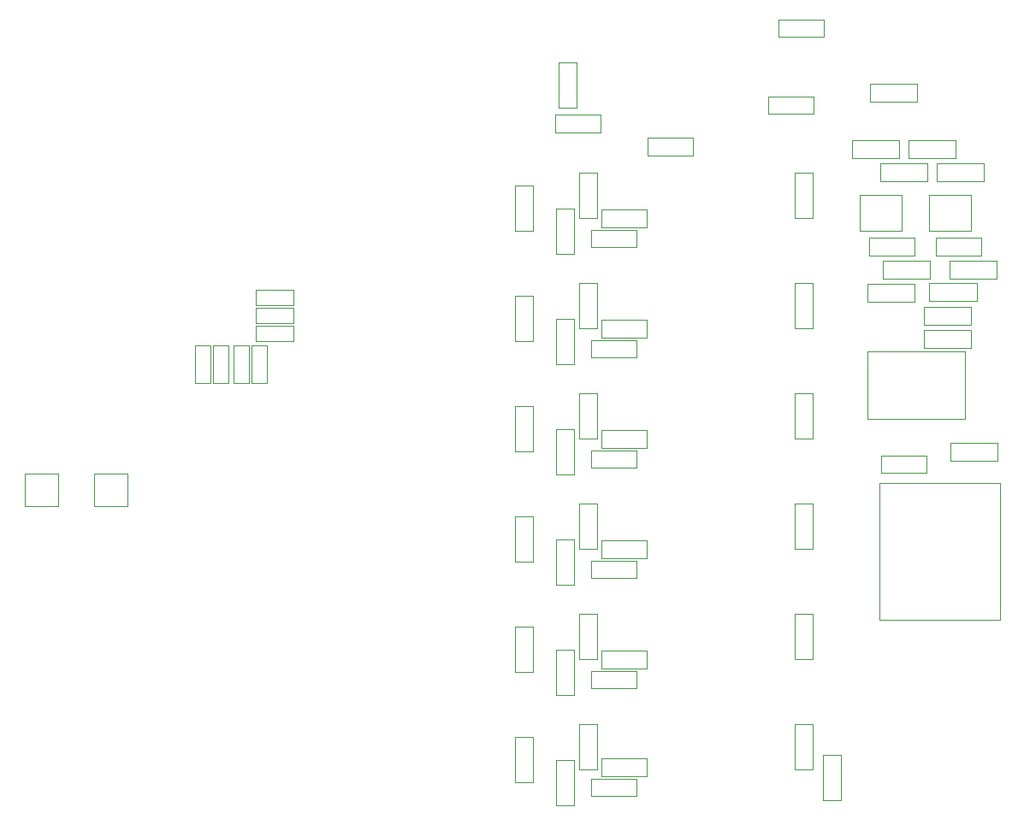
<source format=gbr>
G04 #@! TF.FileFunction,Other,User*
%FSLAX46Y46*%
G04 Gerber Fmt 4.6, Leading zero omitted, Abs format (unit mm)*
G04 Created by KiCad (PCBNEW 4.0.7) date 02/05/18 11:03:03*
%MOMM*%
%LPD*%
G01*
G04 APERTURE LIST*
%ADD10C,0.100000*%
%ADD11C,0.050000*%
G04 APERTURE END LIST*
D10*
D11*
X84428000Y-57076000D02*
X84428000Y-50376000D01*
X94088000Y-57076000D02*
X94088000Y-50376000D01*
X84428000Y-57076000D02*
X94088000Y-57076000D01*
X84428000Y-50376000D02*
X94088000Y-50376000D01*
X19396000Y-53544000D02*
X19396000Y-49844000D01*
X17896000Y-53544000D02*
X17896000Y-49844000D01*
X19396000Y-53544000D02*
X17896000Y-53544000D01*
X19396000Y-49844000D02*
X17896000Y-49844000D01*
X21174000Y-53544000D02*
X21174000Y-49844000D01*
X19674000Y-53544000D02*
X19674000Y-49844000D01*
X21174000Y-53544000D02*
X19674000Y-53544000D01*
X21174000Y-49844000D02*
X19674000Y-49844000D01*
X24984000Y-53544000D02*
X24984000Y-49844000D01*
X23484000Y-53544000D02*
X23484000Y-49844000D01*
X24984000Y-53544000D02*
X23484000Y-53544000D01*
X24984000Y-49844000D02*
X23484000Y-49844000D01*
X23206000Y-53544000D02*
X23206000Y-49844000D01*
X21706000Y-53544000D02*
X21706000Y-49844000D01*
X23206000Y-53544000D02*
X21706000Y-53544000D01*
X23206000Y-49844000D02*
X21706000Y-49844000D01*
X27608000Y-46118000D02*
X23908000Y-46118000D01*
X27608000Y-47618000D02*
X23908000Y-47618000D01*
X27608000Y-46118000D02*
X27608000Y-47618000D01*
X23908000Y-46118000D02*
X23908000Y-47618000D01*
X27608000Y-44340000D02*
X23908000Y-44340000D01*
X27608000Y-45840000D02*
X23908000Y-45840000D01*
X27608000Y-44340000D02*
X27608000Y-45840000D01*
X23908000Y-44340000D02*
X23908000Y-45840000D01*
X23908000Y-49396000D02*
X27608000Y-49396000D01*
X23908000Y-47896000D02*
X27608000Y-47896000D01*
X23908000Y-49396000D02*
X23908000Y-47896000D01*
X27608000Y-49396000D02*
X27608000Y-47896000D01*
X94610000Y-38458000D02*
X94610000Y-34958000D01*
X94610000Y-38458000D02*
X90510000Y-38458000D01*
X90510000Y-34958000D02*
X94610000Y-34958000D01*
X90510000Y-34958000D02*
X90510000Y-38458000D01*
X87752000Y-38458000D02*
X87752000Y-34958000D01*
X87752000Y-38458000D02*
X83652000Y-38458000D01*
X83652000Y-34958000D02*
X87752000Y-34958000D01*
X83652000Y-34958000D02*
X83652000Y-38458000D01*
X79996000Y-90338000D02*
X79996000Y-94838000D01*
X79996000Y-90338000D02*
X81746000Y-90338000D01*
X81746000Y-94838000D02*
X79996000Y-94838000D01*
X81746000Y-94838000D02*
X81746000Y-90338000D01*
X79062000Y-25160000D02*
X74562000Y-25160000D01*
X79062000Y-25160000D02*
X79062000Y-26910000D01*
X74562000Y-26910000D02*
X74562000Y-25160000D01*
X74562000Y-26910000D02*
X79062000Y-26910000D01*
X77202000Y-87290000D02*
X77202000Y-91790000D01*
X77202000Y-87290000D02*
X78952000Y-87290000D01*
X78952000Y-91790000D02*
X77202000Y-91790000D01*
X78952000Y-91790000D02*
X78952000Y-87290000D01*
X77202000Y-76368000D02*
X77202000Y-80868000D01*
X77202000Y-76368000D02*
X78952000Y-76368000D01*
X78952000Y-80868000D02*
X77202000Y-80868000D01*
X78952000Y-80868000D02*
X78952000Y-76368000D01*
X77202000Y-65446000D02*
X77202000Y-69946000D01*
X77202000Y-65446000D02*
X78952000Y-65446000D01*
X78952000Y-69946000D02*
X77202000Y-69946000D01*
X78952000Y-69946000D02*
X78952000Y-65446000D01*
X77202000Y-54524000D02*
X77202000Y-59024000D01*
X77202000Y-54524000D02*
X78952000Y-54524000D01*
X78952000Y-59024000D02*
X77202000Y-59024000D01*
X78952000Y-59024000D02*
X78952000Y-54524000D01*
X77202000Y-43602000D02*
X77202000Y-48102000D01*
X77202000Y-43602000D02*
X78952000Y-43602000D01*
X78952000Y-48102000D02*
X77202000Y-48102000D01*
X78952000Y-48102000D02*
X78952000Y-43602000D01*
X58052000Y-38096000D02*
X62552000Y-38096000D01*
X58052000Y-38096000D02*
X58052000Y-36346000D01*
X62552000Y-36346000D02*
X62552000Y-38096000D01*
X62552000Y-36346000D02*
X58052000Y-36346000D01*
X58052000Y-49018000D02*
X62552000Y-49018000D01*
X58052000Y-49018000D02*
X58052000Y-47268000D01*
X62552000Y-47268000D02*
X62552000Y-49018000D01*
X62552000Y-47268000D02*
X58052000Y-47268000D01*
X58052000Y-59940000D02*
X62552000Y-59940000D01*
X58052000Y-59940000D02*
X58052000Y-58190000D01*
X62552000Y-58190000D02*
X62552000Y-59940000D01*
X62552000Y-58190000D02*
X58052000Y-58190000D01*
X58052000Y-70862000D02*
X62552000Y-70862000D01*
X58052000Y-70862000D02*
X58052000Y-69112000D01*
X62552000Y-69112000D02*
X62552000Y-70862000D01*
X62552000Y-69112000D02*
X58052000Y-69112000D01*
X58052000Y-81784000D02*
X62552000Y-81784000D01*
X58052000Y-81784000D02*
X58052000Y-80034000D01*
X62552000Y-80034000D02*
X62552000Y-81784000D01*
X62552000Y-80034000D02*
X58052000Y-80034000D01*
X58052000Y-92452000D02*
X62552000Y-92452000D01*
X58052000Y-92452000D02*
X58052000Y-90702000D01*
X62552000Y-90702000D02*
X62552000Y-92452000D01*
X62552000Y-90702000D02*
X58052000Y-90702000D01*
X62624000Y-30984000D02*
X67124000Y-30984000D01*
X62624000Y-30984000D02*
X62624000Y-29234000D01*
X67124000Y-29234000D02*
X67124000Y-30984000D01*
X67124000Y-29234000D02*
X62624000Y-29234000D01*
X77202000Y-32680000D02*
X77202000Y-37180000D01*
X77202000Y-32680000D02*
X78952000Y-32680000D01*
X78952000Y-37180000D02*
X77202000Y-37180000D01*
X78952000Y-37180000D02*
X78952000Y-32680000D01*
X80078000Y-17540000D02*
X75578000Y-17540000D01*
X80078000Y-17540000D02*
X80078000Y-19290000D01*
X75578000Y-19290000D02*
X75578000Y-17540000D01*
X75578000Y-19290000D02*
X80078000Y-19290000D01*
X53580000Y-36236000D02*
X53580000Y-40736000D01*
X53580000Y-36236000D02*
X55330000Y-36236000D01*
X55330000Y-40736000D02*
X53580000Y-40736000D01*
X55330000Y-40736000D02*
X55330000Y-36236000D01*
X53580000Y-47158000D02*
X53580000Y-51658000D01*
X53580000Y-47158000D02*
X55330000Y-47158000D01*
X55330000Y-51658000D02*
X53580000Y-51658000D01*
X55330000Y-51658000D02*
X55330000Y-47158000D01*
X53580000Y-58080000D02*
X53580000Y-62580000D01*
X53580000Y-58080000D02*
X55330000Y-58080000D01*
X55330000Y-62580000D02*
X53580000Y-62580000D01*
X55330000Y-62580000D02*
X55330000Y-58080000D01*
X53580000Y-69002000D02*
X53580000Y-73502000D01*
X53580000Y-69002000D02*
X55330000Y-69002000D01*
X55330000Y-73502000D02*
X53580000Y-73502000D01*
X55330000Y-73502000D02*
X55330000Y-69002000D01*
X53580000Y-79924000D02*
X53580000Y-84424000D01*
X53580000Y-79924000D02*
X55330000Y-79924000D01*
X55330000Y-84424000D02*
X53580000Y-84424000D01*
X55330000Y-84424000D02*
X55330000Y-79924000D01*
X53580000Y-90846000D02*
X53580000Y-95346000D01*
X53580000Y-90846000D02*
X55330000Y-90846000D01*
X55330000Y-95346000D02*
X53580000Y-95346000D01*
X55330000Y-95346000D02*
X55330000Y-90846000D01*
X53480000Y-28698000D02*
X57980000Y-28698000D01*
X53480000Y-28698000D02*
X53480000Y-26948000D01*
X57980000Y-26948000D02*
X57980000Y-28698000D01*
X57980000Y-26948000D02*
X53480000Y-26948000D01*
X57626000Y-37180000D02*
X57626000Y-32680000D01*
X57626000Y-37180000D02*
X55876000Y-37180000D01*
X55876000Y-32680000D02*
X57626000Y-32680000D01*
X55876000Y-32680000D02*
X55876000Y-37180000D01*
X57626000Y-48102000D02*
X57626000Y-43602000D01*
X57626000Y-48102000D02*
X55876000Y-48102000D01*
X55876000Y-43602000D02*
X57626000Y-43602000D01*
X55876000Y-43602000D02*
X55876000Y-48102000D01*
X57626000Y-59024000D02*
X57626000Y-54524000D01*
X57626000Y-59024000D02*
X55876000Y-59024000D01*
X55876000Y-54524000D02*
X57626000Y-54524000D01*
X55876000Y-54524000D02*
X55876000Y-59024000D01*
X57626000Y-69946000D02*
X57626000Y-65446000D01*
X57626000Y-69946000D02*
X55876000Y-69946000D01*
X55876000Y-65446000D02*
X57626000Y-65446000D01*
X55876000Y-65446000D02*
X55876000Y-69946000D01*
X57626000Y-80868000D02*
X57626000Y-76368000D01*
X57626000Y-80868000D02*
X55876000Y-80868000D01*
X55876000Y-76368000D02*
X57626000Y-76368000D01*
X55876000Y-76368000D02*
X55876000Y-80868000D01*
X57626000Y-91790000D02*
X57626000Y-87290000D01*
X57626000Y-91790000D02*
X55876000Y-91790000D01*
X55876000Y-87290000D02*
X57626000Y-87290000D01*
X55876000Y-87290000D02*
X55876000Y-91790000D01*
X53834000Y-21758000D02*
X53834000Y-26258000D01*
X53834000Y-21758000D02*
X55584000Y-21758000D01*
X55584000Y-26258000D02*
X53834000Y-26258000D01*
X55584000Y-26258000D02*
X55584000Y-21758000D01*
X90238000Y-60720000D02*
X85738000Y-60720000D01*
X90238000Y-60720000D02*
X90238000Y-62470000D01*
X85738000Y-62470000D02*
X85738000Y-60720000D01*
X85738000Y-62470000D02*
X90238000Y-62470000D01*
X85594000Y-76986000D02*
X85594000Y-63486000D01*
X97494000Y-76986000D02*
X97494000Y-63486000D01*
X85594000Y-76986000D02*
X97494000Y-76986000D01*
X85594000Y-63486000D02*
X97494000Y-63486000D01*
X91199000Y-40890000D02*
X95699000Y-40890000D01*
X91199000Y-40890000D02*
X91199000Y-39140000D01*
X95699000Y-39140000D02*
X95699000Y-40890000D01*
X95699000Y-39140000D02*
X91199000Y-39140000D01*
X84595000Y-40890000D02*
X89095000Y-40890000D01*
X84595000Y-40890000D02*
X84595000Y-39140000D01*
X89095000Y-39140000D02*
X89095000Y-40890000D01*
X89095000Y-39140000D02*
X84595000Y-39140000D01*
X94656000Y-45968000D02*
X89956000Y-45968000D01*
X94656000Y-45968000D02*
X94656000Y-47768000D01*
X89956000Y-47768000D02*
X89956000Y-45968000D01*
X89956000Y-47768000D02*
X94656000Y-47768000D01*
X94656000Y-48254000D02*
X89956000Y-48254000D01*
X94656000Y-48254000D02*
X94656000Y-50054000D01*
X89956000Y-50054000D02*
X89956000Y-48254000D01*
X89956000Y-50054000D02*
X94656000Y-50054000D01*
X88432000Y-31258000D02*
X93132000Y-31258000D01*
X88432000Y-31258000D02*
X88432000Y-29458000D01*
X93132000Y-29458000D02*
X93132000Y-31258000D01*
X93132000Y-29458000D02*
X88432000Y-29458000D01*
X82844000Y-31258000D02*
X87544000Y-31258000D01*
X82844000Y-31258000D02*
X82844000Y-29458000D01*
X87544000Y-29458000D02*
X87544000Y-31258000D01*
X87544000Y-29458000D02*
X82844000Y-29458000D01*
X84622000Y-25670000D02*
X89322000Y-25670000D01*
X84622000Y-25670000D02*
X84622000Y-23870000D01*
X89322000Y-23870000D02*
X89322000Y-25670000D01*
X89322000Y-23870000D02*
X84622000Y-23870000D01*
X85638000Y-33544000D02*
X90338000Y-33544000D01*
X85638000Y-33544000D02*
X85638000Y-31744000D01*
X90338000Y-31744000D02*
X90338000Y-33544000D01*
X90338000Y-31744000D02*
X85638000Y-31744000D01*
X91226000Y-33544000D02*
X95926000Y-33544000D01*
X91226000Y-33544000D02*
X91226000Y-31744000D01*
X95926000Y-31744000D02*
X95926000Y-33544000D01*
X95926000Y-31744000D02*
X91226000Y-31744000D01*
X90510000Y-45410000D02*
X95210000Y-45410000D01*
X90510000Y-45410000D02*
X90510000Y-43610000D01*
X95210000Y-43610000D02*
X95210000Y-45410000D01*
X95210000Y-43610000D02*
X90510000Y-43610000D01*
X92496000Y-43196000D02*
X97196000Y-43196000D01*
X92496000Y-43196000D02*
X92496000Y-41396000D01*
X97196000Y-41396000D02*
X97196000Y-43196000D01*
X97196000Y-41396000D02*
X92496000Y-41396000D01*
X90592000Y-41396000D02*
X85892000Y-41396000D01*
X90592000Y-41396000D02*
X90592000Y-43196000D01*
X85892000Y-43196000D02*
X85892000Y-41396000D01*
X85892000Y-43196000D02*
X90592000Y-43196000D01*
X84368000Y-45482000D02*
X89068000Y-45482000D01*
X84368000Y-45482000D02*
X84368000Y-43682000D01*
X89068000Y-43682000D02*
X89068000Y-45482000D01*
X89068000Y-43682000D02*
X84368000Y-43682000D01*
X994000Y-65740000D02*
X4294000Y-65740000D01*
X4294000Y-65740000D02*
X4294000Y-62540000D01*
X4294000Y-62540000D02*
X994000Y-62540000D01*
X994000Y-62540000D02*
X994000Y-65740000D01*
X7852000Y-65740000D02*
X11152000Y-65740000D01*
X11152000Y-65740000D02*
X11152000Y-62540000D01*
X11152000Y-62540000D02*
X7852000Y-62540000D01*
X7852000Y-62540000D02*
X7852000Y-65740000D01*
X61536000Y-38368000D02*
X57036000Y-38368000D01*
X61536000Y-38368000D02*
X61536000Y-40118000D01*
X57036000Y-40118000D02*
X57036000Y-38368000D01*
X57036000Y-40118000D02*
X61536000Y-40118000D01*
X51276000Y-38450000D02*
X51276000Y-33950000D01*
X51276000Y-38450000D02*
X49526000Y-38450000D01*
X49526000Y-33950000D02*
X51276000Y-33950000D01*
X49526000Y-33950000D02*
X49526000Y-38450000D01*
X61536000Y-49290000D02*
X57036000Y-49290000D01*
X61536000Y-49290000D02*
X61536000Y-51040000D01*
X57036000Y-51040000D02*
X57036000Y-49290000D01*
X57036000Y-51040000D02*
X61536000Y-51040000D01*
X51276000Y-49372000D02*
X51276000Y-44872000D01*
X51276000Y-49372000D02*
X49526000Y-49372000D01*
X49526000Y-44872000D02*
X51276000Y-44872000D01*
X49526000Y-44872000D02*
X49526000Y-49372000D01*
X61536000Y-60212000D02*
X57036000Y-60212000D01*
X61536000Y-60212000D02*
X61536000Y-61962000D01*
X57036000Y-61962000D02*
X57036000Y-60212000D01*
X57036000Y-61962000D02*
X61536000Y-61962000D01*
X51276000Y-60294000D02*
X51276000Y-55794000D01*
X51276000Y-60294000D02*
X49526000Y-60294000D01*
X49526000Y-55794000D02*
X51276000Y-55794000D01*
X49526000Y-55794000D02*
X49526000Y-60294000D01*
X61536000Y-71134000D02*
X57036000Y-71134000D01*
X61536000Y-71134000D02*
X61536000Y-72884000D01*
X57036000Y-72884000D02*
X57036000Y-71134000D01*
X57036000Y-72884000D02*
X61536000Y-72884000D01*
X51276000Y-71216000D02*
X51276000Y-66716000D01*
X51276000Y-71216000D02*
X49526000Y-71216000D01*
X49526000Y-66716000D02*
X51276000Y-66716000D01*
X49526000Y-66716000D02*
X49526000Y-71216000D01*
X61536000Y-82056000D02*
X57036000Y-82056000D01*
X61536000Y-82056000D02*
X61536000Y-83806000D01*
X57036000Y-83806000D02*
X57036000Y-82056000D01*
X57036000Y-83806000D02*
X61536000Y-83806000D01*
X51276000Y-82138000D02*
X51276000Y-77638000D01*
X51276000Y-82138000D02*
X49526000Y-82138000D01*
X49526000Y-77638000D02*
X51276000Y-77638000D01*
X49526000Y-77638000D02*
X49526000Y-82138000D01*
X61536000Y-92724000D02*
X57036000Y-92724000D01*
X61536000Y-92724000D02*
X61536000Y-94474000D01*
X57036000Y-94474000D02*
X57036000Y-92724000D01*
X57036000Y-94474000D02*
X61536000Y-94474000D01*
X51276000Y-93060000D02*
X51276000Y-88560000D01*
X51276000Y-93060000D02*
X49526000Y-93060000D01*
X49526000Y-88560000D02*
X51276000Y-88560000D01*
X49526000Y-88560000D02*
X49526000Y-93060000D01*
X97280000Y-59480000D02*
X92580000Y-59480000D01*
X97280000Y-59480000D02*
X97280000Y-61280000D01*
X92580000Y-61280000D02*
X92580000Y-59480000D01*
X92580000Y-61280000D02*
X97280000Y-61280000D01*
M02*

</source>
